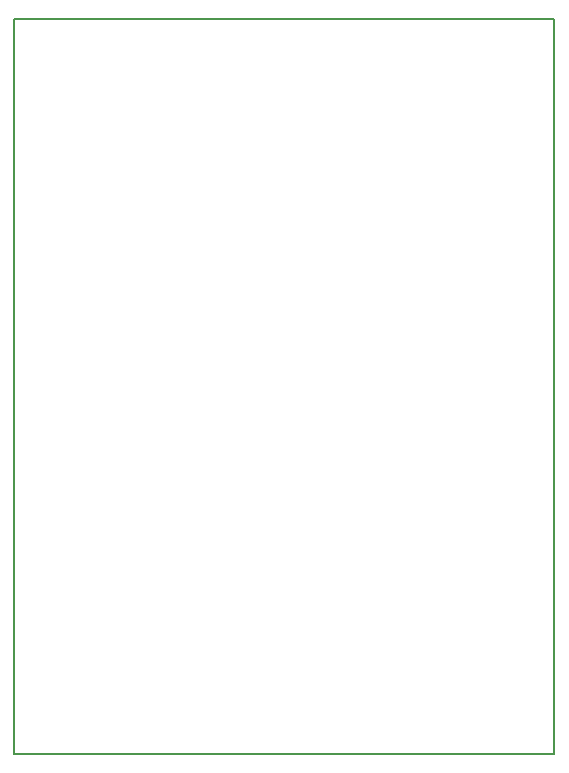
<source format=gbr>
G04 #@! TF.FileFunction,Profile,NP*
%FSLAX46Y46*%
G04 Gerber Fmt 4.6, Leading zero omitted, Abs format (unit mm)*
G04 Created by KiCad (PCBNEW 4.0.2-stable) date 15.08.2017 23:18:53*
%MOMM*%
G01*
G04 APERTURE LIST*
%ADD10C,0.100000*%
%ADD11C,0.150000*%
G04 APERTURE END LIST*
D10*
D11*
X53340000Y-154940000D02*
X99060000Y-154940000D01*
X53340000Y-92710000D02*
X99060000Y-92710000D01*
X99060000Y-92710000D02*
X99060000Y-154940000D01*
X53340000Y-154940000D02*
X53340000Y-92710000D01*
M02*

</source>
